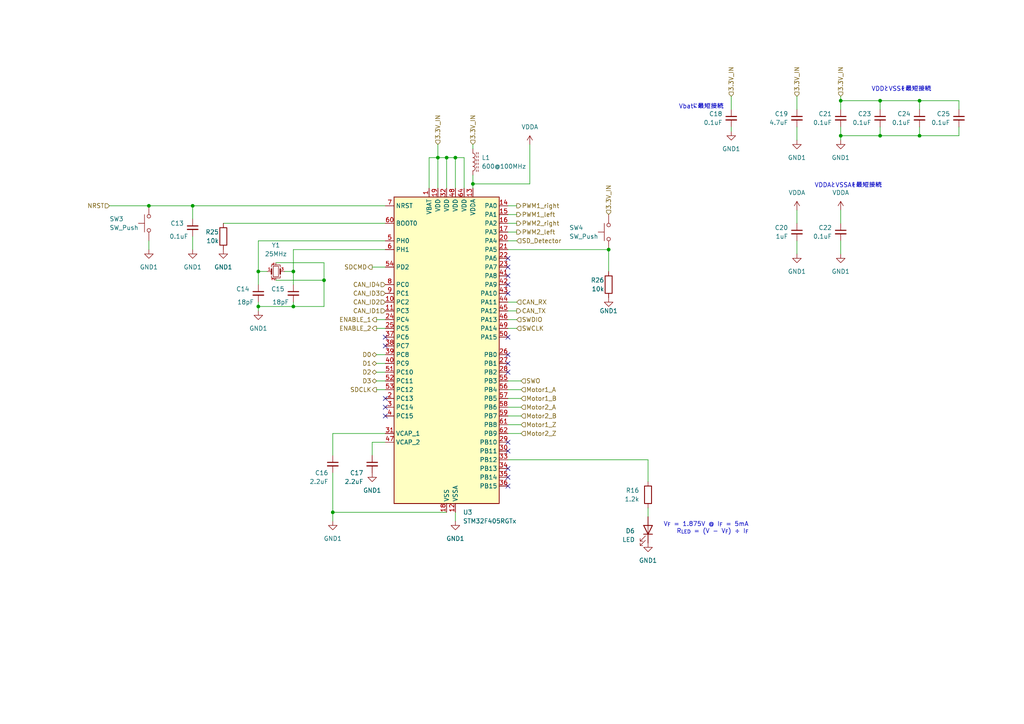
<source format=kicad_sch>
(kicad_sch (version 20230121) (generator eeschema)
  (paper "A4")
  (lib_symbols
    (symbol "Device:C_Small" (pin_numbers hide) (pin_names (offset 0.254) hide)
      (property "Reference" "C" (at 0.254 1.778 0))
      (property "Value" "C_Small" (at 0.254 -2.032 0))
      (symbol "C_Small_0_1"
        (polyline (pts (xy -1.524 -0.508) (xy 1.524 -0.508)) (stroke (width 0.3302)))
        (polyline (pts (xy -1.524 0.508) (xy 1.524 0.508)) (stroke (width 0.3048)))
      )
      (symbol "C_Small_1_1"
        (pin passive line (at 0 2.54 270) (length 2.032) (name "~") (number "1"))
        (pin passive line (at 0 -2.54 90) (length 2.032) (name "~") (number "2"))
      )
    )
    (symbol "Device:Crystal_GND24_Small" (pin_names (offset 1.016) hide)
      (property "Reference" "Y" (at 1.27 4.445 0))
      (property "Value" "Crystal_GND24_Small" (at 1.27 2.54 0))
      (symbol "Crystal_GND24_Small_0_1"
        (rectangle (start -0.762 -1.524) (end 0.762 1.524))
        (polyline (pts (xy -1.27 -0.762) (xy -1.27 0.762)) (stroke (width 0.381)))
        (polyline (pts (xy 1.27 -0.762) (xy 1.27 0.762)) (stroke (width 0.381)))
        (polyline (pts (xy -1.27 -1.27) (xy -1.27 -1.905) (xy 1.27 -1.905) (xy 1.27 -1.27)))
        (polyline (pts (xy -1.27 1.27) (xy -1.27 1.905) (xy 1.27 1.905) (xy 1.27 1.27)))
      )
      (symbol "Crystal_GND24_Small_1_1"
        (pin passive line (at -2.54 0 0) (length 1.27) (name "1") (number "1"))
        (pin passive line (at 0 -2.54 90) (length 0.635) (name "2") (number "2"))
        (pin passive line (at 2.54 0 180) (length 1.27) (name "3") (number "3"))
        (pin passive line (at 0 2.54 270) (length 0.635) (name "4") (number "4"))
      )
    )
    (symbol "Device:LED" (pin_numbers hide) (pin_names (offset 1.016) hide)
      (property "Reference" "D" (at 0 2.54 0))
      (property "Value" "LED" (at 0 -2.54 0))
      (symbol "LED_0_1"
        (polyline (pts (xy -1.27 -1.27) (xy -1.27 1.27)) (stroke (width 0.254)))
        (polyline (pts (xy -1.27 0) (xy 1.27 0)))
        (polyline (pts (xy 1.27 -1.27) (xy 1.27 1.27) (xy -1.27 0) (xy 1.27 -1.27)) (stroke (width 0.254)))
        (polyline (pts (xy -3.048 -0.762) (xy -4.572 -2.286) (xy -3.81 -2.286) (xy -4.572 -2.286) (xy -4.572 -1.524)))
        (polyline (pts (xy -1.778 -0.762) (xy -3.302 -2.286) (xy -2.54 -2.286) (xy -3.302 -2.286) (xy -3.302 -1.524)))
      )
      (symbol "LED_1_1"
        (pin passive line (at -3.81 0 0) (length 2.54) (name "K") (number "1"))
        (pin passive line (at 3.81 0 180) (length 2.54) (name "A") (number "2"))
      )
    )
    (symbol "Device:L_Ferrite" (pin_numbers hide) (pin_names (offset 1.016) hide)
      (property "Reference" "L" (at -1.27 0 90))
      (property "Value" "L_Ferrite" (at 2.794 0 90))
      (symbol "L_Ferrite_0_1"
        (arc (start 0 -2.54) (mid 0.6323 -1.905) (end 0 -1.27))
        (arc (start 0 -1.27) (mid 0.6323 -0.635) (end 0 0))
        (polyline (pts (xy 1.016 -2.794) (xy 1.016 -2.286)))
        (polyline (pts (xy 1.016 -1.778) (xy 1.016 -1.27)))
        (polyline (pts (xy 1.016 -0.762) (xy 1.016 -0.254)))
        (polyline (pts (xy 1.016 0.254) (xy 1.016 0.762)))
        (polyline (pts (xy 1.016 1.27) (xy 1.016 1.778)))
        (polyline (pts (xy 1.016 2.286) (xy 1.016 2.794)))
        (polyline (pts (xy 1.524 -2.286) (xy 1.524 -2.794)))
        (polyline (pts (xy 1.524 -1.27) (xy 1.524 -1.778)))
        (polyline (pts (xy 1.524 -0.254) (xy 1.524 -0.762)))
        (polyline (pts (xy 1.524 0.762) (xy 1.524 0.254)))
        (polyline (pts (xy 1.524 1.778) (xy 1.524 1.27)))
        (polyline (pts (xy 1.524 2.794) (xy 1.524 2.286)))
        (arc (start 0 0) (mid 0.6323 0.635) (end 0 1.27))
        (arc (start 0 1.27) (mid 0.6323 1.905) (end 0 2.54))
      )
      (symbol "L_Ferrite_1_1"
        (pin passive line (at 0 3.81 270) (length 1.27) (name "1") (number "1"))
        (pin passive line (at 0 -3.81 90) (length 1.27) (name "2") (number "2"))
      )
    )
    (symbol "Device:R" (pin_numbers hide) (pin_names (offset 0))
      (property "Reference" "R" (at 2.032 0 90))
      (property "Value" "R" (at 0 0 90))
      (symbol "R_0_1"
        (rectangle (start -1.016 -2.54) (end 1.016 2.54) (stroke (width 0.254)))
      )
      (symbol "R_1_1"
        (pin passive line (at 0 3.81 270) (length 1.27) (name "~") (number "1"))
        (pin passive line (at 0 -3.81 90) (length 1.27) (name "~") (number "2"))
      )
    )
    (symbol "MCU_ST_STM32F4:STM32F405RGTx"
      (property "Reference" "U" (at -15.24 46.99 0))
      (property "Value" "STM32F405RGTx" (at 10.16 46.99 0))
      (symbol "STM32F405RGTx_0_1"
        (rectangle (start -15.24 -43.18) (end 15.24 45.72) (stroke (width 0.254)) (fill (type background)))
      )
      (symbol "STM32F405RGTx_1_1"
        (pin power_in line (at -5.08 48.26 270) (length 2.54) (name "VBAT") (number "1"))
        (pin bidirectional line (at -17.78 15.24 0) (length 2.54) (name "PC2") (number "10"))
        (pin bidirectional line (at -17.78 12.7 0) (length 2.54) (name "PC3") (number "11"))
        (pin power_in line (at 2.54 -45.72 90) (length 2.54) (name "VSSA") (number "12"))
        (pin power_in line (at 7.62 48.26 270) (length 2.54) (name "VDDA") (number "13"))
        (pin bidirectional line (at 17.78 43.18 180) (length 2.54) (name "PA0") (number "14"))
        (pin bidirectional line (at 17.78 40.64 180) (length 2.54) (name "PA1") (number "15"))
        (pin bidirectional line (at 17.78 38.1 180) (length 2.54) (name "PA2") (number "16"))
        (pin bidirectional line (at 17.78 35.56 180) (length 2.54) (name "PA3") (number "17"))
        (pin power_in line (at 0 -45.72 90) (length 2.54) (name "VSS") (number "18"))
        (pin power_in line (at -2.54 48.26 270) (length 2.54) (name "VDD") (number "19"))
        (pin bidirectional line (at -17.78 -12.7 0) (length 2.54) (name "PC13") (number "2"))
        (pin bidirectional line (at 17.78 33.02 180) (length 2.54) (name "PA4") (number "20"))
        (pin bidirectional line (at 17.78 30.48 180) (length 2.54) (name "PA5") (number "21"))
        (pin bidirectional line (at 17.78 27.94 180) (length 2.54) (name "PA6") (number "22"))
        (pin bidirectional line (at 17.78 25.4 180) (length 2.54) (name "PA7") (number "23"))
        (pin bidirectional line (at -17.78 10.16 0) (length 2.54) (name "PC4") (number "24"))
        (pin bidirectional line (at -17.78 7.62 0) (length 2.54) (name "PC5") (number "25"))
        (pin bidirectional line (at 17.78 0 180) (length 2.54) (name "PB0") (number "26"))
        (pin bidirectional line (at 17.78 -2.54 180) (length 2.54) (name "PB1") (number "27"))
        (pin bidirectional line (at 17.78 -5.08 180) (length 2.54) (name "PB2") (number "28"))
        (pin bidirectional line (at 17.78 -25.4 180) (length 2.54) (name "PB10") (number "29"))
        (pin bidirectional line (at -17.78 -15.24 0) (length 2.54) (name "PC14") (number "3"))
        (pin bidirectional line (at 17.78 -27.94 180) (length 2.54) (name "PB11") (number "30"))
        (pin power_out line (at -17.78 -22.86 0) (length 2.54) (name "VCAP_1") (number "31"))
        (pin power_in line (at 0 48.26 270) (length 2.54) (name "VDD") (number "32"))
        (pin bidirectional line (at 17.78 -30.48 180) (length 2.54) (name "PB12") (number "33"))
        (pin bidirectional line (at 17.78 -33.02 180) (length 2.54) (name "PB13") (number "34"))
        (pin bidirectional line (at 17.78 -35.56 180) (length 2.54) (name "PB14") (number "35"))
        (pin bidirectional line (at 17.78 -38.1 180) (length 2.54) (name "PB15") (number "36"))
        (pin bidirectional line (at -17.78 5.08 0) (length 2.54) (name "PC6") (number "37"))
        (pin bidirectional line (at -17.78 2.54 0) (length 2.54) (name "PC7") (number "38"))
        (pin bidirectional line (at -17.78 0 0) (length 2.54) (name "PC8") (number "39"))
        (pin bidirectional line (at -17.78 -17.78 0) (length 2.54) (name "PC15") (number "4"))
        (pin bidirectional line (at -17.78 -2.54 0) (length 2.54) (name "PC9") (number "40"))
        (pin bidirectional line (at 17.78 22.86 180) (length 2.54) (name "PA8") (number "41"))
        (pin bidirectional line (at 17.78 20.32 180) (length 2.54) (name "PA9") (number "42"))
        (pin bidirectional line (at 17.78 17.78 180) (length 2.54) (name "PA10") (number "43"))
        (pin bidirectional line (at 17.78 15.24 180) (length 2.54) (name "PA11") (number "44"))
        (pin bidirectional line (at 17.78 12.7 180) (length 2.54) (name "PA12") (number "45"))
        (pin bidirectional line (at 17.78 10.16 180) (length 2.54) (name "PA13") (number "46"))
        (pin power_out line (at -17.78 -25.4 0) (length 2.54) (name "VCAP_2") (number "47"))
        (pin power_in line (at 2.54 48.26 270) (length 2.54) (name "VDD") (number "48"))
        (pin bidirectional line (at 17.78 7.62 180) (length 2.54) (name "PA14") (number "49"))
        (pin bidirectional line (at -17.78 33.02 0) (length 2.54) (name "PH0") (number "5"))
        (pin bidirectional line (at 17.78 5.08 180) (length 2.54) (name "PA15") (number "50"))
        (pin bidirectional line (at -17.78 -5.08 0) (length 2.54) (name "PC10") (number "51"))
        (pin bidirectional line (at -17.78 -7.62 0) (length 2.54) (name "PC11") (number "52"))
        (pin bidirectional line (at -17.78 -10.16 0) (length 2.54) (name "PC12") (number "53"))
        (pin bidirectional line (at -17.78 25.4 0) (length 2.54) (name "PD2") (number "54"))
        (pin bidirectional line (at 17.78 -7.62 180) (length 2.54) (name "PB3") (number "55"))
        (pin bidirectional line (at 17.78 -10.16 180) (length 2.54) (name "PB4") (number "56"))
        (pin bidirectional line (at 17.78 -12.7 180) (length 2.54) (name "PB5") (number "57"))
        (pin bidirectional line (at 17.78 -15.24 180) (length 2.54) (name "PB6") (number "58"))
        (pin bidirectional line (at 17.78 -17.78 180) (length 2.54) (name "PB7") (number "59"))
        (pin bidirectional line (at -17.78 30.48 0) (length 2.54) (name "PH1") (number "6"))
        (pin input line (at -17.78 38.1 0) (length 2.54) (name "BOOT0") (number "60"))
        (pin bidirectional line (at 17.78 -20.32 180) (length 2.54) (name "PB8") (number "61"))
        (pin bidirectional line (at 17.78 -22.86 180) (length 2.54) (name "PB9") (number "62"))
        (pin passive line (at 0 -45.72 90) (length 2.54) hide (name "VSS") (number "63"))
        (pin power_in line (at 5.08 48.26 270) (length 2.54) (name "VDD") (number "64"))
        (pin input line (at -17.78 43.18 0) (length 2.54) (name "NRST") (number "7"))
        (pin bidirectional line (at -17.78 20.32 0) (length 2.54) (name "PC0") (number "8"))
        (pin bidirectional line (at -17.78 17.78 0) (length 2.54) (name "PC1") (number "9"))
      )
    )
    (symbol "Switch:SW_Push" (pin_numbers hide) (pin_names (offset 1.016) hide)
      (property "Reference" "SW" (at 1.27 2.54 0))
      (property "Value" "SW_Push" (at 0 -1.524 0))
      (symbol "SW_Push_0_1"
        (circle (center -2.032 0) (radius 0.508))
        (polyline (pts (xy 0 1.27) (xy 0 3.048)))
        (polyline (pts (xy 2.54 1.27) (xy -2.54 1.27)))
        (circle (center 2.032 0) (radius 0.508))
        (pin passive line (at -5.08 0 0) (length 2.54) (name "1") (number "1"))
        (pin passive line (at 5.08 0 180) (length 2.54) (name "2") (number "2"))
      )
    )
    (symbol "power:GND1" (power) (pin_names (offset 0))
      (property "Value" "GND1" (at 0 -3.81 0))
      (symbol "GND1_0_1"
        (polyline (pts (xy 0 0) (xy 0 -1.27) (xy 1.27 -1.27) (xy 0 -2.54) (xy -1.27 -1.27) (xy 0 -1.27)))
      )
      (symbol "GND1_1_1"
        (pin power_in line (at 0 0 270) (length 0) hide (name "GND1") (number "1"))
      )
    )
    (symbol "power:VDDA" (power) (pin_names (offset 0))
      (property "Value" "VDDA" (at 0 3.81 0))
      (symbol "VDDA_0_1"
        (polyline (pts (xy -0.762 1.27) (xy 0 2.54)))
        (polyline (pts (xy 0 0) (xy 0 2.54)))
        (polyline (pts (xy 0 2.54) (xy 0.762 1.27)))
      )
      (symbol "VDDA_1_1"
        (pin power_in line (at 0 0 90) (length 0) hide (name "VDDA") (number "1"))
      )
    )
  )
  (junction (at 93.98 81.28))
  (junction (at 129.54 45.72))
  (junction (at 43.18 59.69))
  (junction (at 85.09 88.9))
  (junction (at 176.53 72.39))
  (junction (at 243.84 29.21))
  (junction (at 137.16 53.34))
  (junction (at 255.27 29.21))
  (junction (at 266.7 39.37))
  (junction (at 74.93 78.74))
  (junction (at 255.27 39.37))
  (junction (at 74.93 88.9))
  (junction (at 266.7 29.21))
  (junction (at 96.52 148.59))
  (junction (at 55.88 59.69))
  (junction (at 127 45.72))
  (junction (at 132.08 45.72))
  (junction (at 243.84 39.37))
  (junction (at 85.09 78.74))
  (no_connect (at 147.32 130.81))
  (no_connect (at 147.32 128.27))
  (no_connect (at 147.32 85.09))
  (no_connect (at 111.76 100.33))
  (no_connect (at 111.76 118.11))
  (no_connect (at 147.32 97.79))
  (no_connect (at 147.32 107.95))
  (no_connect (at 147.32 80.01))
  (no_connect (at 147.32 77.47))
  (no_connect (at 147.32 105.41))
  (no_connect (at 147.32 135.89))
  (no_connect (at 147.32 74.93))
  (no_connect (at 147.32 138.43))
  (no_connect (at 147.32 102.87))
  (no_connect (at 111.76 120.65))
  (no_connect (at 147.32 140.97))
  (no_connect (at 111.76 115.57))
  (no_connect (at 147.32 82.55))
  (no_connect (at 111.76 97.79))
  (wire (pts (xy 124.46 54.61) (xy 124.46 45.72)))
  (wire (pts (xy 55.88 63.5) (xy 55.88 59.69)))
  (wire (pts (xy 134.62 45.72) (xy 132.08 45.72)))
  (wire (pts (xy 231.14 60.96) (xy 231.14 64.77)))
  (wire (pts (xy 147.32 67.31) (xy 149.86 67.31)))
  (wire (pts (xy 93.98 81.28) (xy 93.98 88.9)))
  (wire (pts (xy 74.93 78.74) (xy 77.47 78.74)))
  (wire (pts (xy 243.84 60.96) (xy 243.84 64.77)))
  (wire (pts (xy 147.32 87.63) (xy 149.86 87.63)))
  (wire (pts (xy 127 45.72) (xy 129.54 45.72)))
  (wire (pts (xy 243.84 69.85) (xy 243.84 73.66)))
  (wire (pts (xy 96.52 125.73) (xy 111.76 125.73)))
  (wire (pts (xy 109.22 92.71) (xy 111.76 92.71)))
  (wire (pts (xy 231.14 27.94) (xy 231.14 31.75)))
  (wire (pts (xy 147.32 72.39) (xy 176.53 72.39)))
  (wire (pts (xy 132.08 45.72) (xy 132.08 54.61)))
  (wire (pts (xy 107.95 128.27) (xy 111.76 128.27)))
  (wire (pts (xy 134.62 45.72) (xy 134.62 54.61)))
  (wire (pts (xy 129.54 45.72) (xy 132.08 45.72)))
  (wire (pts (xy 243.84 36.83) (xy 243.84 39.37)))
  (wire (pts (xy 176.53 72.39) (xy 176.53 78.74)))
  (wire (pts (xy 85.09 78.74) (xy 85.09 82.55)))
  (wire (pts (xy 147.32 133.35) (xy 187.96 133.35)))
  (wire (pts (xy 85.09 72.39) (xy 111.76 72.39)))
  (wire (pts (xy 85.09 72.39) (xy 85.09 78.74)))
  (wire (pts (xy 74.93 69.85) (xy 111.76 69.85)))
  (wire (pts (xy 96.52 148.59) (xy 96.52 137.16)))
  (wire (pts (xy 187.96 147.32) (xy 187.96 149.86)))
  (wire (pts (xy 147.32 125.73) (xy 151.13 125.73)))
  (wire (pts (xy 127 41.91) (xy 127 45.72)))
  (wire (pts (xy 127 45.72) (xy 127 54.61)))
  (wire (pts (xy 212.09 36.83) (xy 212.09 38.1)))
  (wire (pts (xy 109.22 95.25) (xy 111.76 95.25)))
  (wire (pts (xy 137.16 50.8) (xy 137.16 53.34)))
  (wire (pts (xy 147.32 113.03) (xy 151.13 113.03)))
  (wire (pts (xy 129.54 45.72) (xy 129.54 54.61)))
  (wire (pts (xy 147.32 95.25) (xy 149.86 95.25)))
  (wire (pts (xy 243.84 29.21) (xy 255.27 29.21)))
  (wire (pts (xy 96.52 125.73) (xy 96.52 132.08)))
  (wire (pts (xy 266.7 29.21) (xy 266.7 31.75)))
  (wire (pts (xy 243.84 31.75) (xy 243.84 29.21)))
  (wire (pts (xy 137.16 41.91) (xy 137.16 43.18)))
  (wire (pts (xy 147.32 59.69) (xy 149.86 59.69)))
  (wire (pts (xy 43.18 69.85) (xy 43.18 72.39)))
  (wire (pts (xy 153.67 41.91) (xy 153.67 53.34)))
  (wire (pts (xy 109.22 102.87) (xy 111.76 102.87)))
  (wire (pts (xy 96.52 148.59) (xy 129.54 148.59)))
  (wire (pts (xy 107.95 77.47) (xy 111.76 77.47)))
  (wire (pts (xy 55.88 68.58) (xy 55.88 72.39)))
  (wire (pts (xy 243.84 39.37) (xy 243.84 40.64)))
  (wire (pts (xy 74.93 87.63) (xy 74.93 88.9)))
  (wire (pts (xy 132.08 148.59) (xy 132.08 151.13)))
  (wire (pts (xy 55.88 59.69) (xy 111.76 59.69)))
  (wire (pts (xy 96.52 148.59) (xy 96.52 151.13)))
  (wire (pts (xy 124.46 45.72) (xy 127 45.72)))
  (wire (pts (xy 255.27 29.21) (xy 266.7 29.21)))
  (wire (pts (xy 255.27 39.37) (xy 266.7 39.37)))
  (wire (pts (xy 43.18 59.69) (xy 55.88 59.69)))
  (wire (pts (xy 255.27 36.83) (xy 255.27 39.37)))
  (wire (pts (xy 64.77 64.77) (xy 111.76 64.77)))
  (wire (pts (xy 147.32 120.65) (xy 151.13 120.65)))
  (wire (pts (xy 153.67 53.34) (xy 137.16 53.34)))
  (wire (pts (xy 147.32 69.85) (xy 149.86 69.85)))
  (wire (pts (xy 231.14 73.66) (xy 231.14 69.85)))
  (wire (pts (xy 212.09 27.94) (xy 212.09 31.75)))
  (wire (pts (xy 109.22 105.41) (xy 111.76 105.41)))
  (wire (pts (xy 266.7 36.83) (xy 266.7 39.37)))
  (wire (pts (xy 80.01 81.28) (xy 93.98 81.28)))
  (wire (pts (xy 266.7 39.37) (xy 278.13 39.37)))
  (wire (pts (xy 107.95 128.27) (xy 107.95 132.08)))
  (wire (pts (xy 137.16 53.34) (xy 137.16 54.61)))
  (wire (pts (xy 278.13 39.37) (xy 278.13 36.83)))
  (wire (pts (xy 243.84 39.37) (xy 255.27 39.37)))
  (wire (pts (xy 278.13 29.21) (xy 278.13 31.75)))
  (wire (pts (xy 93.98 76.2) (xy 93.98 81.28)))
  (wire (pts (xy 85.09 87.63) (xy 85.09 88.9)))
  (wire (pts (xy 82.55 78.74) (xy 85.09 78.74)))
  (wire (pts (xy 147.32 110.49) (xy 151.13 110.49)))
  (wire (pts (xy 74.93 69.85) (xy 74.93 78.74)))
  (wire (pts (xy 187.96 133.35) (xy 187.96 139.7)))
  (wire (pts (xy 147.32 64.77) (xy 149.86 64.77)))
  (wire (pts (xy 147.32 118.11) (xy 151.13 118.11)))
  (wire (pts (xy 147.32 62.23) (xy 149.86 62.23)))
  (wire (pts (xy 147.32 123.19) (xy 151.13 123.19)))
  (wire (pts (xy 74.93 78.74) (xy 74.93 82.55)))
  (wire (pts (xy 85.09 88.9) (xy 74.93 88.9)))
  (wire (pts (xy 243.84 27.94) (xy 243.84 29.21)))
  (wire (pts (xy 266.7 29.21) (xy 278.13 29.21)))
  (wire (pts (xy 85.09 88.9) (xy 93.98 88.9)))
  (wire (pts (xy 231.14 40.64) (xy 231.14 36.83)))
  (wire (pts (xy 74.93 88.9) (xy 74.93 90.17)))
  (wire (pts (xy 147.32 90.17) (xy 149.86 90.17)))
  (wire (pts (xy 147.32 92.71) (xy 149.86 92.71)))
  (wire (pts (xy 80.01 76.2) (xy 93.98 76.2)))
  (wire (pts (xy 255.27 29.21) (xy 255.27 31.75)))
  (wire (pts (xy 31.75 59.69) (xy 43.18 59.69)))
  (wire (pts (xy 109.22 107.95) (xy 111.76 107.95)))
  (wire (pts (xy 147.32 115.57) (xy 151.13 115.57)))
  (wire (pts (xy 109.22 113.03) (xy 111.76 113.03)))
  (wire (pts (xy 109.22 110.49) (xy 111.76 110.49)))
  (text "VDDAとVSSAを最短接続" (at 236.22 54.61 0) (effects (font (size 1.27 1.27)) (justify left bottom)))
  (text "V_{F} = 1.875V @ I_{F} = 5mA\nR_{LED} = (V - V_{F}) ÷ I_{F}" (at 217.17 154.94 0) (effects (font (size 1.27 1.27)) (justify right bottom)))
  (text "Vbatに最短接続" (at 196.85 31.75 0) (effects (font (size 1.27 1.27)) (justify left bottom)))
  (text "VDDとVSSを最短接続" (at 252.73 26.67 0) (effects (font (size 1.27 1.27)) (justify left bottom)))
  (hierarchical_label "NRST" (shape input) (at 31.75 59.69 180))
  (hierarchical_label "SWDIO" (shape input) (at 149.86 92.71 0))
  (hierarchical_label "PWM1_right" (shape output) (at 149.86 59.69 0))
  (hierarchical_label "SDCLK" (shape output) (at 109.22 113.03 180))
  (hierarchical_label "Motor1_A" (shape input) (at 151.13 113.03 0))
  (hierarchical_label "PWM2_left" (shape output) (at 149.86 67.31 0))
  (hierarchical_label "3.3V_IN" (shape input) (at 176.53 62.23 90))
  (hierarchical_label "CAN_ID4" (shape input) (at 111.76 82.55 180))
  (hierarchical_label "3.3V_IN" (shape input) (at 127 41.91 90))
  (hierarchical_label "D3" (shape bidirectional) (at 109.22 110.49 180))
  (hierarchical_label "D1" (shape bidirectional) (at 109.22 105.41 180))
  (hierarchical_label "3.3V_IN" (shape input) (at 243.84 27.94 90))
  (hierarchical_label "3.3V_IN" (shape input) (at 231.14 27.94 90))
  (hierarchical_label "PWM2_right" (shape output) (at 149.86 64.77 0))
  (hierarchical_label "CAN_ID2" (shape input) (at 111.76 87.63 180))
  (hierarchical_label "3.3V_IN" (shape input) (at 137.16 41.91 90))
  (hierarchical_label "Motor2_A" (shape input) (at 151.13 118.11 0))
  (hierarchical_label "PWM1_left" (shape output) (at 149.86 62.23 0))
  (hierarchical_label "3.3V_IN" (shape input) (at 212.09 27.94 90))
  (hierarchical_label "Motor1_B" (shape input) (at 151.13 115.57 0))
  (hierarchical_label "SWO" (shape input) (at 151.13 110.49 0))
  (hierarchical_label "CAN_ID1" (shape input) (at 111.76 90.17 180))
  (hierarchical_label "SWCLK" (shape input) (at 149.86 95.25 0))
  (hierarchical_label "CAN_ID3" (shape input) (at 111.76 85.09 180))
  (hierarchical_label "Motor2_Z" (shape input) (at 151.13 125.73 0))
  (hierarchical_label "SDCMD" (shape output) (at 107.95 77.47 180))
  (hierarchical_label "Motor2_B" (shape input) (at 151.13 120.65 0))
  (hierarchical_label "CAN_RX" (shape input) (at 149.86 87.63 0))
  (hierarchical_label "D2" (shape bidirectional) (at 109.22 107.95 180))
  (hierarchical_label "Motor1_Z" (shape input) (at 151.13 123.19 0))
  (hierarchical_label "ENABLE_2" (shape output) (at 109.22 95.25 180))
  (hierarchical_label "ENABLE_1" (shape output) (at 109.22 92.71 180))
  (hierarchical_label "SD_Detector" (shape input) (at 149.86 69.85 0))
  (hierarchical_label "CAN_TX" (shape output) (at 149.86 90.17 0))
  (hierarchical_label "D0" (shape bidirectional) (at 109.22 102.87 180))
  (symbol (lib_id "power:GND1") (at 231.14 73.66 0) (unit 1)
    (property "Reference" "#PWR061" (effects hide))
    (property "Value" "GND1" (at 231.14 78.74 0))
  )
  (symbol (lib_id "power:GND1") (at 107.95 137.16 0) (unit 1)
    (property "Reference" "#PWR053" (effects hide))
    (property "Value" "GND1" (at 107.95 142.24 0))
  )
  (symbol (lib_id "Device:C_Small") (at 74.93 85.09 0) (unit 1)
    (property "Reference" "C14" (at 72.39 83.8263 0) (effects (justify right)))
    (property "Value" "18pF" (at 73.66 87.63 0) (effects (justify right)))
    (property "Footprint" "Capacitor_SMD:C_0402_1005Metric" (effects hide))
    (property "LCSC" "C1549" (effects hide))
  )
  (symbol (lib_id "Switch:SW_Push") (at 176.53 67.31 90) (unit 1) (in_bom no)
    (property "Reference" "SW4" (at 165.1 66.04 90) (effects (justify right)))
    (property "Value" "SW_Push" (at 165.1 68.58 90) (effects (justify right)))
    (property "Footprint" "RDC_footprint:TVBP06-B043" (effects hide))
  )
  (symbol (lib_id "Device:C_Small") (at 231.14 34.29 0) (unit 1)
    (property "Reference" "C19" (at 228.6 33.0263 0) (effects (justify right)))
    (property "Value" "4.7uF" (at 228.6 35.56 0) (effects (justify right)))
    (property "Footprint" "Capacitor_SMD:C_0402_1005Metric" (effects hide))
    (property "LCSC" "C23733" (effects hide))
  )
  (symbol (lib_id "Device:C_Small") (at 55.88 66.04 0) (unit 1)
    (property "Reference" "C13" (at 53.34 64.7763 0) (effects (justify right)))
    (property "Value" "0.1uF" (at 54.61 68.58 0) (effects (justify right)))
    (property "Footprint" "Capacitor_SMD:C_0402_1005Metric" (effects hide))
    (property "LCSC" "C307331" (effects hide))
  )
  (symbol (lib_id "Device:C_Small") (at 243.84 67.31 0) (unit 1)
    (property "Reference" "C22" (at 241.3 66.0463 0) (effects (justify right)))
    (property "Value" "0.1uF" (at 241.3 68.58 0) (effects (justify right)))
    (property "Footprint" "Capacitor_SMD:C_0402_1005Metric" (effects hide))
    (property "LCSC" "C307331" (effects hide))
  )
  (symbol (lib_id "Device:C_Small") (at 255.27 34.29 0) (unit 1)
    (property "Reference" "C23" (at 252.73 33.0263 0) (effects (justify right)))
    (property "Value" "0.1uF" (at 252.73 35.56 0) (effects (justify right)))
    (property "Footprint" "Capacitor_SMD:C_0402_1005Metric" (effects hide))
    (property "LCSC" "C307331" (effects hide))
  )
  (symbol (lib_id "Device:Crystal_GND24_Small") (at 80.01 78.74 0) (unit 1)
    (property "Reference" "Y1" (at 80.01 71.12 0))
    (property "Value" "25MHz" (at 80.01 73.66 0))
    (property "Footprint" "Crystal:Crystal_SMD_3225-4Pin_3.2x2.5mm" (effects hide))
    (property "LCSC" "C9006" (effects hide))
  )
  (symbol (lib_id "power:GND1") (at 132.08 151.13 0) (unit 1)
    (property "Reference" "#PWR054" (effects hide))
    (property "Value" "GND1" (at 132.08 156.21 0))
  )
  (symbol (lib_id "Device:C_Small") (at 96.52 134.62 0) (unit 1)
    (property "Reference" "C16" (at 95.25 137.16 0) (effects (justify right)))
    (property "Value" "2.2uF" (at 95.25 139.6937 0) (effects (justify right)))
    (property "Footprint" "Capacitor_SMD:C_0603_1608Metric" (effects hide))
    (property "LCSC" "C23630" (effects hide))
  )
  (symbol (lib_id "power:GND1") (at 187.96 157.48 0) (mirror y) (unit 1)
    (property "Reference" "#PWR040" (effects hide))
    (property "Value" "GND1" (at 187.96 162.56 0))
    (instances (project "schematic_MD" (path "" (reference "#PWR040") (unit 1)) (path "" (reference "#PWR057") (unit 1))))
  )
  (symbol (lib_id "Device:R") (at 187.96 143.51 0) (unit 1)
    (property "Reference" "R16" (at 185.42 142.24 0) (effects (justify right)))
    (property "Value" "1.2k" (at 185.42 144.78 0) (effects (justify right)))
    (property "Footprint" "Resistor_SMD:R_0603_1608Metric" (effects hide))
    (property "LCSC" "C22765" (effects hide))
    (instances (project "schematic_MD" (path "" (reference "R16") (unit 1)) (path "" (reference "R27") (unit 1))))
  )
  (symbol (lib_id "Device:LED") (at 187.96 153.67 270) (mirror x) (unit 1)
    (property "Reference" "D6" (at 184.15 153.9875 90) (effects (justify right)))
    (property "Value" "LED" (at 184.15 156.5275 90) (effects (justify right)))
    (property "Footprint" "LED_SMD:LED_0805_2012Metric" (effects hide))
    (property "LCSC" "C34499" (effects hide))
    (instances (project "schematic_MD" (path "" (reference "D6") (unit 1)) (path "" (reference "D5") (unit 1))))
  )
  (symbol (lib_id "Device:R") (at 64.77 68.58 0) (unit 1)
    (property "Reference" "R25" (at 63.5 67.31 0) (effects (justify right)))
    (property "Value" "10k" (at 63.5 69.85 0) (effects (justify right)))
    (property "Footprint" "Resistor_SMD:R_0402_1005Metric" (effects hide))
    (property "LCSC" "C25744" (effects hide))
  )
  (symbol (lib_id "power:VDDA") (at 231.14 60.96 0) (unit 1)
    (property "Reference" "#PWR060" (effects hide))
    (property "Value" "VDDA" (at 231.14 55.88 0))
  )
  (symbol (lib_id "Device:C_Small") (at 212.09 34.29 0) (unit 1)
    (property "Reference" "C18" (at 209.55 33.0263 0) (effects (justify right)))
    (property "Value" "0.1uF" (at 209.55 35.56 0) (effects (justify right)))
    (property "Footprint" "Capacitor_SMD:C_0402_1005Metric" (effects hide))
    (property "LCSC" "C307331" (effects hide))
  )
  (symbol (lib_id "Device:C_Small") (at 107.95 134.62 0) (unit 1)
    (property "Reference" "C17" (at 105.41 137.16 0) (effects (justify right)))
    (property "Value" "2.2uF" (at 105.41 139.6937 0) (effects (justify right)))
    (property "Footprint" "Capacitor_SMD:C_0603_1608Metric" (effects hide))
    (property "LCSC" "C23630" (effects hide))
  )
  (symbol (lib_id "MCU_ST_STM32F4:STM32F405RGTx") (at 129.54 102.87 0) (unit 1)
    (property "Reference" "U3" (at 134.2741 148.59 0) (effects (justify left)))
    (property "Value" "STM32F405RGTx" (at 134.2741 151.13 0) (effects (justify left)))
    (property "Footprint" "Package_QFP:LQFP-64_10x10mm_P0.5mm" (effects hide))
    (property "Datasheet" "https://www.st.com/resource/en/datasheet/stm32f405rg.pdf" (effects hide))
    (property "LCSC" "C15742" (effects hide))
    (property "FT Rotation Offset" "-90" (effects hide))
  )
  (symbol (lib_id "power:GND1") (at 64.77 72.39 0) (unit 1)
    (property "Reference" "#PWR050" (effects hide))
    (property "Value" "GND1" (at 64.77 77.47 0))
  )
  (symbol (lib_id "Device:C_Small") (at 85.09 85.09 0) (unit 1)
    (property "Reference" "C15" (at 82.55 83.8263 0) (effects (justify right)))
    (property "Value" "18pF" (at 83.82 87.63 0) (effects (justify right)))
    (property "Footprint" "Capacitor_SMD:C_0402_1005Metric" (effects hide))
    (property "LCSC" "C1549" (effects hide))
  )
  (symbol (lib_id "Switch:SW_Push") (at 43.18 64.77 90) (unit 1) (in_bom no)
    (property "Reference" "SW3" (at 31.75 63.5 90) (effects (justify right)))
    (property "Value" "SW_Push" (at 31.75 66.04 90) (effects (justify right)))
    (property "Footprint" "RDC_footprint:TVBP06-B043" (effects hide))
  )
  (symbol (lib_id "Device:R") (at 176.53 82.55 0) (unit 1)
    (property "Reference" "R26" (at 175.26 81.28 0) (effects (justify right)))
    (property "Value" "10k" (at 175.26 83.82 0) (effects (justify right)))
    (property "Footprint" "Resistor_SMD:R_0402_1005Metric" (effects hide))
    (property "LCSC" "C25744" (effects hide))
  )
  (symbol (lib_id "Device:C_Small") (at 266.7 34.29 0) (unit 1)
    (property "Reference" "C24" (at 264.16 33.0263 0) (effects (justify right)))
    (property "Value" "0.1uF" (at 264.16 35.56 0) (effects (justify right)))
    (property "Footprint" "Capacitor_SMD:C_0402_1005Metric" (effects hide))
    (property "LCSC" "C307331" (effects hide))
  )
  (symbol (lib_id "power:GND1") (at 212.09 38.1 0) (unit 1)
    (property "Reference" "#PWR058" (effects hide))
    (property "Value" "GND1" (at 212.09 43.18 0))
  )
  (symbol (lib_id "power:VDDA") (at 243.84 60.96 0) (unit 1)
    (property "Reference" "#PWR063" (effects hide))
    (property "Value" "VDDA" (at 243.84 55.88 0))
  )
  (symbol (lib_id "power:GND1") (at 243.84 40.64 0) (unit 1)
    (property "Reference" "#PWR062" (effects hide))
    (property "Value" "GND1" (at 243.84 45.72 0))
  )
  (symbol (lib_id "power:GND1") (at 43.18 72.39 0) (unit 1)
    (property "Reference" "#PWR048" (effects hide))
    (property "Value" "GND1" (at 43.18 77.47 0))
  )
  (symbol (lib_id "power:GND1") (at 243.84 73.66 0) (unit 1)
    (property "Reference" "#PWR064" (effects hide))
    (property "Value" "GND1" (at 243.84 78.74 0))
  )
  (symbol (lib_id "power:GND1") (at 176.53 86.36 0) (unit 1)
    (property "Reference" "#PWR056" (effects hide))
    (property "Value" "GND1" (at 176.53 90.17 0))
  )
  (symbol (lib_id "power:GND1") (at 55.88 72.39 0) (unit 1)
    (property "Reference" "#PWR049" (effects hide))
    (property "Value" "GND1" (at 55.88 77.47 0))
  )
  (symbol (lib_id "power:VDDA") (at 153.67 41.91 0) (unit 1)
    (property "Reference" "#PWR055" (effects hide))
    (property "Value" "VDDA" (at 153.67 36.83 0))
  )
  (symbol (lib_id "Device:C_Small") (at 278.13 34.29 0) (unit 1)
    (property "Reference" "C25" (at 275.59 33.0263 0) (effects (justify right)))
    (property "Value" "0.1uF" (at 275.59 35.56 0) (effects (justify right)))
    (property "Footprint" "Capacitor_SMD:C_0402_1005Metric" (effects hide))
    (property "LCSC" "C307331" (effects hide))
  )
  (symbol (lib_id "Device:C_Small") (at 231.14 67.31 0) (unit 1)
    (property "Reference" "C20" (at 228.6 66.0463 0) (effects (justify right)))
    (property "Value" "1uF" (at 228.6 68.58 0) (effects (justify right)))
    (property "Footprint" "Capacitor_SMD:C_0402_1005Metric" (effects hide))
    (property "LCSC" "C52923" (effects hide))
  )
  (symbol (lib_id "power:GND1") (at 231.14 40.64 0) (unit 1)
    (property "Reference" "#PWR059" (effects hide))
    (property "Value" "GND1" (at 231.14 45.72 0))
  )
  (symbol (lib_id "Device:L_Ferrite") (at 137.16 46.99 0) (unit 1)
    (property "Reference" "L1" (at 139.7 45.72 0) (effects (justify left)))
    (property "Value" "600@100MHz" (at 139.7 48.26 0) (effects (justify left)))
    (property "Footprint" "Resistor_SMD:R_0805_2012Metric" (effects hide))
    (property "LCSC" "C1017" (effects hide))
  )
  (symbol (lib_id "Device:C_Small") (at 243.84 34.29 0) (unit 1)
    (property "Reference" "C21" (at 241.3 33.0263 0) (effects (justify right)))
    (property "Value" "0.1uF" (at 241.3 35.56 0) (effects (justify right)))
    (property "Footprint" "Capacitor_SMD:C_0402_1005Metric" (effects hide))
    (property "LCSC" "C307331" (effects hide))
  )
  (symbol (lib_id "power:GND1") (at 74.93 90.17 0) (unit 1)
    (property "Reference" "#PWR051" (effects hide))
    (property "Value" "GND1" (at 74.93 95.25 0))
  )
  (symbol (lib_id "power:GND1") (at 96.52 151.13 0) (unit 1)
    (property "Reference" "#PWR052" (effects hide))
    (property "Value" "GND1" (at 96.52 156.21 0))
  )
)
</source>
